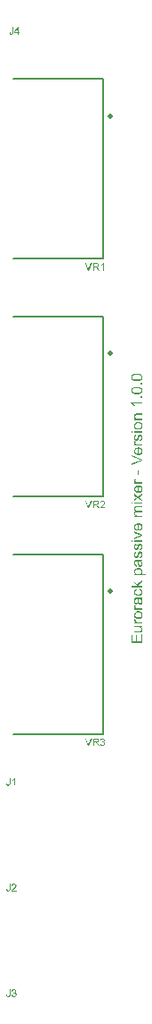
<source format=gto>
%FSLAX33Y33*%
%MOMM*%
%ADD10C,0.15*%
%ADD11C,0.5*%
D10*
%LNtop silkscreen_traces*%
%LNtop silkscreen component 1eabe807c71095db*%
G01*
X9750Y79000D02*
X9750Y96000D01*
X1200Y96000D02*
X9750Y96000D01*
X1200Y79000D02*
X9750Y79000D01*
D11*
X10451Y92500D03*
G36*
X8331Y77851D02*
X8053Y78567D01*
X8156Y78567D01*
X8342Y78047D01*
X8353Y78016D01*
X8362Y77986D01*
X8371Y77958D01*
X8379Y77930D01*
X8388Y77959D01*
X8397Y77988D01*
X8407Y78018D01*
X8418Y78047D01*
X8611Y78567D01*
X8708Y78567D01*
X8428Y77851D01*
X8331Y77851D01*
X8331Y77851D01*
X8794Y77851D02*
X8794Y78567D01*
X9112Y78567D01*
X9157Y78566D01*
X9196Y78562D01*
X9230Y78556D01*
X9257Y78548D01*
X9281Y78536D01*
X9302Y78521D01*
X9321Y78502D01*
X9337Y78480D01*
X9350Y78455D01*
X9359Y78428D01*
X9365Y78401D01*
X9367Y78372D01*
X9364Y78335D01*
X9354Y78302D01*
X9339Y78271D01*
X9317Y78243D01*
X9289Y78220D01*
X9255Y78201D01*
X9213Y78186D01*
X9189Y78182D01*
X9174Y78259D01*
X9194Y78265D01*
X9212Y78272D01*
X9227Y78282D01*
X9239Y78294D01*
X9250Y78307D01*
X9258Y78323D01*
X9264Y78338D01*
X9268Y78355D01*
X9269Y78372D01*
X9267Y78396D01*
X9260Y78418D01*
X9248Y78438D01*
X9232Y78455D01*
X9211Y78470D01*
X9185Y78480D01*
X9153Y78486D01*
X9116Y78488D01*
X8889Y78488D01*
X8889Y78251D01*
X8889Y78251D01*
X9093Y78251D01*
X9123Y78252D01*
X9151Y78254D01*
X9174Y78259D01*
X9189Y78182D01*
X9165Y78177D01*
X9183Y78168D01*
X9198Y78159D01*
X9211Y78150D01*
X9222Y78141D01*
X9243Y78121D01*
X9263Y78098D01*
X9282Y78073D01*
X9301Y78046D01*
X9425Y77851D01*
X9306Y77851D01*
X9211Y78000D01*
X9192Y78030D01*
X9174Y78057D01*
X9157Y78080D01*
X9143Y78099D01*
X9130Y78115D01*
X9118Y78128D01*
X9106Y78138D01*
X9095Y78147D01*
X9084Y78153D01*
X9074Y78158D01*
X9063Y78162D01*
X9052Y78166D01*
X9042Y78167D01*
X9031Y78168D01*
X9016Y78169D01*
X8999Y78169D01*
X8889Y78169D01*
X8889Y77851D01*
X8794Y77851D01*
X8794Y77851D01*
X9811Y77851D02*
X9723Y77851D01*
X9723Y78411D01*
X9706Y78396D01*
X9686Y78381D01*
X9664Y78366D01*
X9639Y78351D01*
X9614Y78337D01*
X9591Y78324D01*
X9568Y78314D01*
X9547Y78305D01*
X9547Y78390D01*
X9583Y78409D01*
X9616Y78429D01*
X9647Y78451D01*
X9676Y78474D01*
X9701Y78499D01*
X9723Y78523D01*
X9740Y78547D01*
X9754Y78570D01*
X9811Y78570D01*
X9811Y77851D01*
X9811Y77851D01*
G37*
%LNtop silkscreen component 07e3dd143db209fa*%
G36*
X0829Y100403D02*
X0914Y100415D01*
X0917Y100377D01*
X0924Y100346D01*
X0933Y100321D01*
X0945Y100303D01*
X0960Y100289D01*
X0978Y100280D01*
X0998Y100274D01*
X1021Y100272D01*
X1038Y100273D01*
X1054Y100276D01*
X1069Y100281D01*
X1082Y100289D01*
X1094Y100298D01*
X1104Y100308D01*
X1112Y100320D01*
X1118Y100333D01*
X1122Y100349D01*
X1125Y100369D01*
X1127Y100394D01*
X1128Y100423D01*
X1128Y100916D01*
X1222Y100916D01*
X1222Y100428D01*
X1221Y100386D01*
X1217Y100348D01*
X1210Y100316D01*
X1201Y100289D01*
X1188Y100266D01*
X1173Y100245D01*
X1154Y100228D01*
X1132Y100214D01*
X1107Y100202D01*
X1081Y100194D01*
X1052Y100189D01*
X1021Y100188D01*
X0977Y100191D01*
X0938Y100201D01*
X0905Y100218D01*
X0877Y100242D01*
X0855Y100272D01*
X0840Y100309D01*
X0831Y100353D01*
X0829Y100403D01*
X0829Y100403D01*
X1623Y100200D02*
X1623Y100371D01*
X1313Y100371D01*
X1313Y100452D01*
X1568Y100814D01*
X1623Y100775D01*
X1399Y100452D01*
X1623Y100452D01*
X1623Y100452D01*
X1623Y100775D01*
X1568Y100814D01*
X1639Y100916D01*
X1711Y100916D01*
X1711Y100452D01*
X1808Y100452D01*
X1808Y100371D01*
X1711Y100371D01*
X1711Y100200D01*
X1623Y100200D01*
X1623Y100200D01*
G37*
%LNtop silkscreen component e6c87cb277e68129*%
G36*
X0529Y19303D02*
X0614Y19315D01*
X0617Y19277D01*
X0624Y19246D01*
X0633Y19221D01*
X0645Y19203D01*
X0660Y19189D01*
X0678Y19180D01*
X0698Y19174D01*
X0721Y19172D01*
X0738Y19173D01*
X0754Y19176D01*
X0769Y19181D01*
X0782Y19189D01*
X0794Y19198D01*
X0804Y19208D01*
X0812Y19220D01*
X0818Y19233D01*
X0822Y19249D01*
X0825Y19269D01*
X0827Y19294D01*
X0828Y19323D01*
X0828Y19816D01*
X0922Y19816D01*
X0922Y19328D01*
X0921Y19286D01*
X0917Y19248D01*
X0910Y19216D01*
X0901Y19189D01*
X0888Y19166D01*
X0873Y19145D01*
X0854Y19128D01*
X0832Y19114D01*
X0807Y19102D01*
X0781Y19094D01*
X0752Y19089D01*
X0721Y19088D01*
X0677Y19091D01*
X0638Y19101D01*
X0605Y19118D01*
X0577Y19142D01*
X0555Y19172D01*
X0540Y19209D01*
X0531Y19253D01*
X0529Y19303D01*
X0529Y19303D01*
X1503Y19184D02*
X1503Y19100D01*
X1030Y19100D01*
X1031Y19116D01*
X1032Y19131D01*
X1036Y19146D01*
X1041Y19161D01*
X1051Y19185D01*
X1064Y19209D01*
X1080Y19233D01*
X1098Y19256D01*
X1121Y19281D01*
X1147Y19307D01*
X1178Y19335D01*
X1213Y19365D01*
X1267Y19410D01*
X1311Y19450D01*
X1346Y19486D01*
X1371Y19516D01*
X1389Y19544D01*
X1402Y19571D01*
X1410Y19597D01*
X1412Y19622D01*
X1410Y19647D01*
X1403Y19670D01*
X1391Y19691D01*
X1375Y19710D01*
X1355Y19726D01*
X1332Y19737D01*
X1306Y19744D01*
X1277Y19746D01*
X1247Y19744D01*
X1220Y19736D01*
X1196Y19725D01*
X1176Y19708D01*
X1159Y19687D01*
X1147Y19662D01*
X1140Y19634D01*
X1137Y19602D01*
X1047Y19612D01*
X1055Y19659D01*
X1069Y19701D01*
X1090Y19736D01*
X1117Y19766D01*
X1150Y19789D01*
X1188Y19806D01*
X1231Y19815D01*
X1279Y19819D01*
X1328Y19815D01*
X1372Y19804D01*
X1410Y19787D01*
X1442Y19762D01*
X1469Y19731D01*
X1487Y19698D01*
X1499Y19661D01*
X1502Y19620D01*
X1501Y19599D01*
X1498Y19577D01*
X1493Y19556D01*
X1485Y19536D01*
X1475Y19515D01*
X1462Y19493D01*
X1445Y19471D01*
X1427Y19448D01*
X1403Y19423D01*
X1372Y19394D01*
X1335Y19360D01*
X1291Y19322D01*
X1255Y19292D01*
X1226Y19266D01*
X1204Y19247D01*
X1189Y19232D01*
X1179Y19220D01*
X1169Y19208D01*
X1160Y19196D01*
X1152Y19184D01*
X1503Y19184D01*
X1503Y19184D01*
G37*
%LNtop silkscreen component e503b3f09927e44b*%
D10*
X9750Y56500D02*
X9750Y73500D01*
X1200Y73500D02*
X9750Y73500D01*
X1200Y56500D02*
X9750Y56500D01*
D11*
X10451Y70000D03*
G36*
X8331Y55351D02*
X8053Y56067D01*
X8156Y56067D01*
X8342Y55547D01*
X8353Y55516D01*
X8362Y55486D01*
X8371Y55458D01*
X8379Y55430D01*
X8388Y55459D01*
X8397Y55488D01*
X8407Y55518D01*
X8418Y55547D01*
X8611Y56067D01*
X8708Y56067D01*
X8428Y55351D01*
X8331Y55351D01*
X8331Y55351D01*
X8794Y55351D02*
X8794Y56067D01*
X9112Y56067D01*
X9157Y56066D01*
X9196Y56062D01*
X9230Y56056D01*
X9257Y56048D01*
X9281Y56036D01*
X9302Y56021D01*
X9321Y56002D01*
X9337Y55980D01*
X9350Y55955D01*
X9359Y55928D01*
X9365Y55901D01*
X9367Y55872D01*
X9364Y55835D01*
X9354Y55802D01*
X9339Y55771D01*
X9317Y55743D01*
X9289Y55720D01*
X9255Y55701D01*
X9213Y55686D01*
X9189Y55682D01*
X9174Y55759D01*
X9194Y55765D01*
X9212Y55772D01*
X9227Y55782D01*
X9239Y55794D01*
X9250Y55807D01*
X9258Y55823D01*
X9264Y55838D01*
X9268Y55855D01*
X9269Y55872D01*
X9267Y55896D01*
X9260Y55918D01*
X9248Y55938D01*
X9232Y55955D01*
X9211Y55970D01*
X9185Y55980D01*
X9153Y55986D01*
X9116Y55988D01*
X8889Y55988D01*
X8889Y55751D01*
X8889Y55751D01*
X9093Y55751D01*
X9123Y55752D01*
X9151Y55754D01*
X9174Y55759D01*
X9189Y55682D01*
X9165Y55677D01*
X9183Y55668D01*
X9198Y55659D01*
X9211Y55650D01*
X9222Y55641D01*
X9243Y55621D01*
X9263Y55598D01*
X9282Y55573D01*
X9301Y55546D01*
X9425Y55351D01*
X9306Y55351D01*
X9211Y55500D01*
X9192Y55530D01*
X9174Y55557D01*
X9157Y55580D01*
X9143Y55599D01*
X9130Y55615D01*
X9118Y55628D01*
X9106Y55638D01*
X9095Y55647D01*
X9084Y55653D01*
X9074Y55658D01*
X9063Y55662D01*
X9052Y55666D01*
X9042Y55667D01*
X9031Y55668D01*
X9016Y55669D01*
X8999Y55669D01*
X8889Y55669D01*
X8889Y55351D01*
X8794Y55351D01*
X8794Y55351D01*
X9941Y55436D02*
X9941Y55351D01*
X9468Y55351D01*
X9469Y55367D01*
X9470Y55382D01*
X9474Y55397D01*
X9479Y55412D01*
X9489Y55436D01*
X9502Y55460D01*
X9518Y55484D01*
X9536Y55507D01*
X9558Y55532D01*
X9585Y55558D01*
X9616Y55586D01*
X9651Y55616D01*
X9705Y55661D01*
X9749Y55702D01*
X9784Y55737D01*
X9809Y55767D01*
X9827Y55795D01*
X9840Y55822D01*
X9848Y55848D01*
X9850Y55873D01*
X9848Y55898D01*
X9841Y55921D01*
X9829Y55942D01*
X9813Y55961D01*
X9793Y55977D01*
X9770Y55988D01*
X9744Y55995D01*
X9715Y55997D01*
X9685Y55995D01*
X9658Y55988D01*
X9634Y55976D01*
X9614Y55959D01*
X9597Y55938D01*
X9585Y55914D01*
X9578Y55886D01*
X9575Y55854D01*
X9485Y55863D01*
X9493Y55910D01*
X9507Y55952D01*
X9528Y55987D01*
X9555Y56017D01*
X9588Y56040D01*
X9626Y56057D01*
X9669Y56067D01*
X9717Y56070D01*
X9766Y56066D01*
X9810Y56056D01*
X9848Y56038D01*
X9880Y56013D01*
X9907Y55983D01*
X9925Y55949D01*
X9937Y55912D01*
X9940Y55871D01*
X9939Y55850D01*
X9936Y55829D01*
X9931Y55808D01*
X9923Y55787D01*
X9913Y55766D01*
X9899Y55744D01*
X9883Y55722D01*
X9864Y55699D01*
X9841Y55674D01*
X9810Y55645D01*
X9773Y55611D01*
X9729Y55573D01*
X9693Y55543D01*
X9664Y55518D01*
X9642Y55498D01*
X9627Y55483D01*
X9617Y55471D01*
X9607Y55460D01*
X9598Y55448D01*
X9590Y55436D01*
X9941Y55436D01*
X9941Y55436D01*
G37*
%LNtop silkscreen component 485f527543211f1e*%
D10*
X9750Y34000D02*
X9750Y51000D01*
X1200Y51000D02*
X9750Y51000D01*
X1200Y34000D02*
X9750Y34000D01*
D11*
X10451Y47500D03*
G36*
X8331Y32851D02*
X8053Y33567D01*
X8156Y33567D01*
X8342Y33047D01*
X8353Y33016D01*
X8362Y32986D01*
X8371Y32958D01*
X8379Y32930D01*
X8388Y32959D01*
X8397Y32988D01*
X8407Y33018D01*
X8418Y33047D01*
X8611Y33567D01*
X8708Y33567D01*
X8428Y32851D01*
X8331Y32851D01*
X8331Y32851D01*
X8794Y32851D02*
X8794Y33567D01*
X9112Y33567D01*
X9157Y33566D01*
X9196Y33562D01*
X9230Y33556D01*
X9257Y33548D01*
X9281Y33536D01*
X9302Y33521D01*
X9321Y33502D01*
X9337Y33480D01*
X9350Y33455D01*
X9359Y33428D01*
X9365Y33401D01*
X9367Y33372D01*
X9364Y33335D01*
X9354Y33302D01*
X9339Y33271D01*
X9317Y33243D01*
X9289Y33220D01*
X9255Y33201D01*
X9213Y33186D01*
X9189Y33182D01*
X9174Y33259D01*
X9194Y33265D01*
X9212Y33272D01*
X9227Y33282D01*
X9239Y33294D01*
X9250Y33307D01*
X9258Y33323D01*
X9264Y33338D01*
X9268Y33355D01*
X9269Y33372D01*
X9267Y33396D01*
X9260Y33418D01*
X9248Y33438D01*
X9232Y33455D01*
X9211Y33470D01*
X9185Y33480D01*
X9153Y33486D01*
X9116Y33488D01*
X8889Y33488D01*
X8889Y33251D01*
X8889Y33251D01*
X9093Y33251D01*
X9123Y33252D01*
X9151Y33254D01*
X9174Y33259D01*
X9189Y33182D01*
X9165Y33177D01*
X9183Y33168D01*
X9198Y33159D01*
X9211Y33150D01*
X9222Y33141D01*
X9243Y33121D01*
X9263Y33098D01*
X9282Y33073D01*
X9301Y33046D01*
X9425Y32851D01*
X9306Y32851D01*
X9211Y33000D01*
X9192Y33030D01*
X9174Y33057D01*
X9157Y33080D01*
X9143Y33099D01*
X9130Y33115D01*
X9118Y33128D01*
X9106Y33138D01*
X9095Y33147D01*
X9084Y33153D01*
X9074Y33158D01*
X9063Y33162D01*
X9052Y33166D01*
X9042Y33167D01*
X9031Y33168D01*
X9016Y33169D01*
X8999Y33169D01*
X8889Y33169D01*
X8889Y32851D01*
X8794Y32851D01*
X8794Y32851D01*
X9480Y33040D02*
X9568Y33052D01*
X9577Y33017D01*
X9588Y32988D01*
X9603Y32963D01*
X9619Y32944D01*
X9639Y32930D01*
X9660Y32919D01*
X9683Y32913D01*
X9708Y32911D01*
X9738Y32914D01*
X9765Y32922D01*
X9790Y32935D01*
X9813Y32954D01*
X9831Y32977D01*
X9845Y33002D01*
X9853Y33030D01*
X9855Y33061D01*
X9853Y33090D01*
X9846Y33116D01*
X9833Y33140D01*
X9816Y33161D01*
X9795Y33178D01*
X9771Y33190D01*
X9745Y33197D01*
X9715Y33200D01*
X9702Y33199D01*
X9687Y33197D01*
X9671Y33194D01*
X9653Y33190D01*
X9663Y33267D01*
X9667Y33267D01*
X9671Y33266D01*
X9674Y33266D01*
X9677Y33266D01*
X9705Y33268D01*
X9731Y33274D01*
X9755Y33283D01*
X9778Y33296D01*
X9798Y33312D01*
X9812Y33333D01*
X9820Y33357D01*
X9823Y33386D01*
X9821Y33409D01*
X9815Y33430D01*
X9805Y33449D01*
X9791Y33466D01*
X9773Y33480D01*
X9753Y33490D01*
X9731Y33496D01*
X9706Y33498D01*
X9681Y33496D01*
X9659Y33490D01*
X9639Y33480D01*
X9621Y33465D01*
X9605Y33447D01*
X9593Y33425D01*
X9583Y33399D01*
X9577Y33369D01*
X9489Y33384D01*
X9499Y33426D01*
X9515Y33463D01*
X9536Y33495D01*
X9562Y33521D01*
X9592Y33543D01*
X9626Y33558D01*
X9663Y33567D01*
X9704Y33570D01*
X9733Y33568D01*
X9760Y33564D01*
X9787Y33556D01*
X9812Y33545D01*
X9835Y33531D01*
X9856Y33515D01*
X9873Y33497D01*
X9887Y33476D01*
X9899Y33454D01*
X9907Y33431D01*
X9912Y33408D01*
X9914Y33384D01*
X9912Y33361D01*
X9907Y33340D01*
X9900Y33319D01*
X9889Y33299D01*
X9875Y33281D01*
X9858Y33265D01*
X9838Y33251D01*
X9815Y33239D01*
X9845Y33230D01*
X9871Y33216D01*
X9894Y33199D01*
X9914Y33178D01*
X9929Y33154D01*
X9940Y33126D01*
X9947Y33096D01*
X9949Y33063D01*
X9944Y33018D01*
X9932Y32976D01*
X9910Y32938D01*
X9880Y32904D01*
X9844Y32875D01*
X9803Y32855D01*
X9758Y32843D01*
X9708Y32839D01*
X9662Y32842D01*
X9621Y32853D01*
X9584Y32870D01*
X9551Y32895D01*
X9523Y32925D01*
X9502Y32959D01*
X9488Y32998D01*
X9480Y33040D01*
X9480Y33040D01*
G37*
%LNtop silkscreen component 1990b97b238ff2dc*%
G36*
X0529Y9303D02*
X0614Y9315D01*
X0617Y9277D01*
X0624Y9246D01*
X0633Y9221D01*
X0645Y9203D01*
X0660Y9189D01*
X0678Y9180D01*
X0698Y9174D01*
X0721Y9172D01*
X0738Y9173D01*
X0754Y9176D01*
X0769Y9181D01*
X0782Y9189D01*
X0794Y9198D01*
X0804Y9208D01*
X0812Y9220D01*
X0818Y9233D01*
X0822Y9249D01*
X0825Y9269D01*
X0827Y9294D01*
X0828Y9323D01*
X0828Y9816D01*
X0922Y9816D01*
X0922Y9328D01*
X0921Y9286D01*
X0917Y9248D01*
X0910Y9216D01*
X0901Y9189D01*
X0888Y9166D01*
X0873Y9145D01*
X0854Y9128D01*
X0832Y9114D01*
X0807Y9102D01*
X0781Y9094D01*
X0752Y9089D01*
X0721Y9088D01*
X0677Y9091D01*
X0638Y9101D01*
X0605Y9118D01*
X0577Y9142D01*
X0555Y9172D01*
X0540Y9209D01*
X0531Y9253D01*
X0529Y9303D01*
X0529Y9303D01*
X1042Y9289D02*
X1130Y9301D01*
X1139Y9266D01*
X1150Y9236D01*
X1165Y9212D01*
X1181Y9193D01*
X1201Y9179D01*
X1222Y9168D01*
X1245Y9162D01*
X1270Y9160D01*
X1300Y9163D01*
X1327Y9171D01*
X1352Y9184D01*
X1375Y9203D01*
X1393Y9226D01*
X1407Y9251D01*
X1415Y9279D01*
X1418Y9309D01*
X1415Y9338D01*
X1408Y9365D01*
X1395Y9388D01*
X1378Y9409D01*
X1357Y9427D01*
X1333Y9439D01*
X1307Y9446D01*
X1277Y9449D01*
X1264Y9448D01*
X1249Y9446D01*
X1233Y9443D01*
X1215Y9439D01*
X1225Y9516D01*
X1229Y9516D01*
X1233Y9515D01*
X1236Y9515D01*
X1239Y9515D01*
X1267Y9517D01*
X1293Y9522D01*
X1317Y9532D01*
X1340Y9544D01*
X1360Y9561D01*
X1374Y9582D01*
X1382Y9606D01*
X1385Y9635D01*
X1383Y9658D01*
X1377Y9679D01*
X1367Y9698D01*
X1353Y9715D01*
X1335Y9729D01*
X1315Y9739D01*
X1293Y9745D01*
X1268Y9746D01*
X1244Y9744D01*
X1221Y9738D01*
X1201Y9728D01*
X1183Y9714D01*
X1167Y9696D01*
X1155Y9674D01*
X1145Y9648D01*
X1139Y9618D01*
X1051Y9633D01*
X1061Y9675D01*
X1077Y9712D01*
X1098Y9743D01*
X1124Y9770D01*
X1154Y9791D01*
X1188Y9807D01*
X1225Y9816D01*
X1266Y9819D01*
X1295Y9817D01*
X1322Y9812D01*
X1349Y9805D01*
X1374Y9794D01*
X1397Y9780D01*
X1418Y9764D01*
X1435Y9746D01*
X1449Y9725D01*
X1461Y9703D01*
X1469Y9680D01*
X1474Y9657D01*
X1476Y9633D01*
X1474Y9610D01*
X1469Y9588D01*
X1462Y9568D01*
X1451Y9548D01*
X1437Y9530D01*
X1420Y9514D01*
X1400Y9500D01*
X1377Y9488D01*
X1407Y9478D01*
X1433Y9465D01*
X1456Y9448D01*
X1476Y9427D01*
X1491Y9402D01*
X1502Y9375D01*
X1509Y9345D01*
X1511Y9311D01*
X1507Y9266D01*
X1494Y9225D01*
X1472Y9187D01*
X1442Y9152D01*
X1406Y9124D01*
X1365Y9104D01*
X1320Y9091D01*
X1270Y9087D01*
X1224Y9091D01*
X1183Y9101D01*
X1146Y9119D01*
X1113Y9143D01*
X1085Y9174D01*
X1064Y9208D01*
X1050Y9246D01*
X1042Y9289D01*
X1042Y9289D01*
G37*
%LNtop silkscreen component 8bda31fa6598b1a2*%
G36*
X0529Y29303D02*
X0614Y29315D01*
X0617Y29277D01*
X0624Y29246D01*
X0633Y29221D01*
X0645Y29203D01*
X0660Y29189D01*
X0678Y29180D01*
X0698Y29174D01*
X0721Y29172D01*
X0738Y29173D01*
X0754Y29176D01*
X0769Y29181D01*
X0782Y29189D01*
X0794Y29198D01*
X0804Y29208D01*
X0812Y29220D01*
X0818Y29233D01*
X0822Y29249D01*
X0825Y29269D01*
X0827Y29294D01*
X0828Y29323D01*
X0828Y29816D01*
X0922Y29816D01*
X0922Y29328D01*
X0921Y29286D01*
X0917Y29248D01*
X0910Y29216D01*
X0901Y29189D01*
X0888Y29166D01*
X0873Y29145D01*
X0854Y29128D01*
X0832Y29114D01*
X0807Y29102D01*
X0781Y29094D01*
X0752Y29089D01*
X0721Y29088D01*
X0677Y29091D01*
X0638Y29101D01*
X0605Y29118D01*
X0577Y29142D01*
X0555Y29172D01*
X0540Y29209D01*
X0531Y29253D01*
X0529Y29303D01*
X0529Y29303D01*
X1373Y29100D02*
X1285Y29100D01*
X1285Y29660D01*
X1268Y29645D01*
X1248Y29630D01*
X1226Y29615D01*
X1201Y29600D01*
X1176Y29585D01*
X1153Y29573D01*
X1130Y29563D01*
X1109Y29554D01*
X1109Y29639D01*
X1145Y29657D01*
X1178Y29677D01*
X1209Y29699D01*
X1238Y29723D01*
X1263Y29748D01*
X1285Y29772D01*
X1302Y29795D01*
X1316Y29819D01*
X1373Y29819D01*
X1373Y29100D01*
X1373Y29100D01*
G37*
%LNtext*%
G36*
X13500Y42619D02*
X12426Y42619D01*
X12426Y43395D01*
X12553Y43395D01*
X12553Y42761D01*
X12882Y42761D01*
X12882Y43355D01*
X13008Y43355D01*
X13008Y42761D01*
X13373Y42761D01*
X13373Y43420D01*
X13500Y43420D01*
X13500Y42619D01*
X13500Y42619D01*
X13500Y44109D02*
X13386Y44109D01*
X13443Y44060D01*
X13485Y44002D01*
X13509Y43936D01*
X13518Y43862D01*
X13516Y43828D01*
X13511Y43796D01*
X13503Y43764D01*
X13491Y43734D01*
X13477Y43706D01*
X13461Y43682D01*
X13444Y43662D01*
X13425Y43645D01*
X13404Y43632D01*
X13381Y43621D01*
X13355Y43611D01*
X13327Y43605D01*
X13305Y43601D01*
X13277Y43598D01*
X13243Y43597D01*
X13204Y43596D01*
X12722Y43596D01*
X12722Y43728D01*
X13154Y43728D01*
X13201Y43729D01*
X13240Y43730D01*
X13271Y43733D01*
X13293Y43736D01*
X13317Y43744D01*
X13339Y43756D01*
X13358Y43771D01*
X13374Y43789D01*
X13387Y43810D01*
X13397Y43834D01*
X13402Y43860D01*
X13404Y43889D01*
X13402Y43918D01*
X13396Y43946D01*
X13387Y43974D01*
X13374Y44000D01*
X13357Y44024D01*
X13338Y44044D01*
X13316Y44061D01*
X13291Y44074D01*
X13262Y44083D01*
X13227Y44090D01*
X13186Y44094D01*
X13139Y44095D01*
X12722Y44095D01*
X12722Y44227D01*
X13500Y44227D01*
X13500Y44109D01*
X13500Y44109D01*
X13500Y44432D02*
X12722Y44432D01*
X12722Y44551D01*
X12840Y44551D01*
X12802Y44573D01*
X12771Y44594D01*
X12748Y44615D01*
X12731Y44635D01*
X12719Y44654D01*
X12711Y44675D01*
X12706Y44697D01*
X12705Y44719D01*
X12707Y44753D01*
X12715Y44786D01*
X12728Y44820D01*
X12747Y44855D01*
X12869Y44809D01*
X12857Y44785D01*
X12848Y44761D01*
X12843Y44737D01*
X12841Y44713D01*
X12842Y44692D01*
X12847Y44672D01*
X12855Y44653D01*
X12867Y44635D01*
X12881Y44619D01*
X12898Y44606D01*
X12917Y44595D01*
X12939Y44586D01*
X12975Y44576D01*
X13013Y44569D01*
X13052Y44565D01*
X13093Y44564D01*
X13500Y44564D01*
X13500Y44432D01*
X13500Y44432D01*
X13111Y44884D02*
X13010Y44892D01*
X12923Y44914D01*
X12850Y44952D01*
X12791Y45004D01*
X12753Y45057D01*
X12726Y45115D01*
X12710Y45179D01*
X12705Y45249D01*
X12711Y45325D01*
X12731Y45395D01*
X12764Y45456D01*
X12810Y45511D01*
X12867Y45556D01*
X12935Y45587D01*
X13012Y45606D01*
X13100Y45613D01*
X13171Y45610D01*
X13234Y45602D01*
X13289Y45587D01*
X13336Y45568D01*
X13377Y45543D01*
X13413Y45512D01*
X13444Y45477D01*
X13470Y45437D01*
X13491Y45393D01*
X13506Y45347D01*
X13515Y45299D01*
X13518Y45249D01*
X13517Y45240D01*
X13409Y45249D01*
X13405Y45296D01*
X13391Y45339D01*
X13367Y45377D01*
X13334Y45412D01*
X13292Y45441D01*
X13240Y45461D01*
X13178Y45473D01*
X13107Y45477D01*
X13039Y45473D01*
X12980Y45461D01*
X12930Y45440D01*
X12888Y45412D01*
X12856Y45377D01*
X12832Y45338D01*
X12818Y45296D01*
X12814Y45249D01*
X12818Y45201D01*
X12832Y45158D01*
X12855Y45119D01*
X12888Y45085D01*
X12929Y45056D01*
X12981Y45036D01*
X13041Y45024D01*
X13111Y45020D01*
X13111Y45020D01*
X13181Y45024D01*
X13242Y45036D01*
X13293Y45056D01*
X13335Y45085D01*
X13367Y45119D01*
X13391Y45158D01*
X13405Y45201D01*
X13409Y45249D01*
X13517Y45240D01*
X13511Y45171D01*
X13491Y45101D01*
X13459Y45039D01*
X13413Y44985D01*
X13355Y44941D01*
X13285Y44909D01*
X13204Y44890D01*
X13111Y44884D01*
X13111Y44884D01*
X13500Y45766D02*
X12722Y45766D01*
X12722Y45885D01*
X12840Y45885D01*
X12802Y45907D01*
X12771Y45928D01*
X12748Y45949D01*
X12731Y45968D01*
X12719Y45988D01*
X12711Y46009D01*
X12706Y46030D01*
X12705Y46053D01*
X12707Y46086D01*
X12715Y46120D01*
X12728Y46154D01*
X12747Y46188D01*
X12869Y46143D01*
X12857Y46119D01*
X12848Y46095D01*
X12843Y46071D01*
X12841Y46046D01*
X12842Y46025D01*
X12847Y46005D01*
X12855Y45987D01*
X12867Y45969D01*
X12881Y45953D01*
X12898Y45939D01*
X12917Y45928D01*
X12939Y45920D01*
X12975Y45910D01*
X13013Y45903D01*
X13052Y45899D01*
X13093Y45898D01*
X13500Y45898D01*
X13500Y45766D01*
X13500Y45766D01*
X13404Y46774D02*
X13433Y46738D01*
X13436Y46733D01*
X13363Y46683D01*
X13342Y46706D01*
X13317Y46726D01*
X13290Y46742D01*
X13265Y46751D01*
X13234Y46758D01*
X13199Y46762D01*
X13158Y46763D01*
X13110Y46763D01*
X13110Y46763D01*
X13124Y46723D01*
X13137Y46674D01*
X13149Y46615D01*
X13159Y46548D01*
X13165Y46510D01*
X13172Y46479D01*
X13179Y46453D01*
X13186Y46433D01*
X13194Y46417D01*
X13204Y46403D01*
X13215Y46391D01*
X13229Y46381D01*
X13243Y46373D01*
X13258Y46367D01*
X13274Y46364D01*
X13291Y46363D01*
X13317Y46365D01*
X13340Y46373D01*
X13360Y46385D01*
X13379Y46403D01*
X13395Y46425D01*
X13406Y46452D01*
X13412Y46483D01*
X13414Y46520D01*
X13412Y46557D01*
X13406Y46591D01*
X13396Y46624D01*
X13381Y46655D01*
X13363Y46683D01*
X13436Y46733D01*
X13457Y46703D01*
X13477Y46668D01*
X13492Y46633D01*
X13503Y46599D01*
X13511Y46563D01*
X13516Y46526D01*
X13518Y46488D01*
X13514Y46428D01*
X13502Y46375D01*
X13482Y46329D01*
X13455Y46291D01*
X13421Y46261D01*
X13384Y46239D01*
X13341Y46226D01*
X13295Y46222D01*
X13267Y46224D01*
X13240Y46229D01*
X13215Y46237D01*
X13191Y46248D01*
X13168Y46262D01*
X13148Y46278D01*
X13130Y46296D01*
X13115Y46316D01*
X13101Y46338D01*
X13090Y46361D01*
X13080Y46385D01*
X13072Y46411D01*
X13066Y46433D01*
X13061Y46460D01*
X13057Y46492D01*
X13052Y46528D01*
X13042Y46603D01*
X13031Y46667D01*
X13019Y46720D01*
X13006Y46763D01*
X12994Y46764D01*
X12984Y46764D01*
X12977Y46764D01*
X12972Y46764D01*
X12935Y46762D01*
X12903Y46755D01*
X12878Y46743D01*
X12858Y46727D01*
X12839Y46698D01*
X12825Y46664D01*
X12817Y46623D01*
X12814Y46577D01*
X12816Y46533D01*
X12822Y46496D01*
X12832Y46465D01*
X12846Y46439D01*
X12866Y46419D01*
X12891Y46401D01*
X12923Y46386D01*
X12962Y46374D01*
X12944Y46245D01*
X12905Y46255D01*
X12869Y46268D01*
X12838Y46284D01*
X12810Y46303D01*
X12786Y46325D01*
X12765Y46352D01*
X12747Y46383D01*
X12732Y46419D01*
X12720Y46459D01*
X12711Y46501D01*
X12706Y46547D01*
X12705Y46596D01*
X12706Y46643D01*
X12710Y46686D01*
X12718Y46724D01*
X12728Y46758D01*
X12741Y46787D01*
X12754Y46812D01*
X12770Y46832D01*
X12787Y46849D01*
X12806Y46863D01*
X12827Y46874D01*
X12851Y46883D01*
X12877Y46890D01*
X12897Y46893D01*
X12924Y46895D01*
X12958Y46896D01*
X12998Y46897D01*
X13174Y46897D01*
X13258Y46897D01*
X13324Y46899D01*
X13374Y46901D01*
X13407Y46905D01*
X13431Y46910D01*
X13454Y46918D01*
X13477Y46927D01*
X13500Y46938D01*
X13500Y46801D01*
X13479Y46791D01*
X13456Y46784D01*
X13431Y46778D01*
X13404Y46774D01*
X13404Y46774D01*
X13215Y47609D02*
X13232Y47738D01*
X13295Y47724D01*
X13351Y47700D01*
X13400Y47669D01*
X13442Y47630D01*
X13475Y47583D01*
X13499Y47532D01*
X13513Y47476D01*
X13518Y47415D01*
X13511Y47339D01*
X13491Y47271D01*
X13459Y47210D01*
X13413Y47158D01*
X13355Y47115D01*
X13286Y47085D01*
X13206Y47067D01*
X13114Y47061D01*
X13053Y47063D01*
X12996Y47071D01*
X12943Y47084D01*
X12894Y47103D01*
X12849Y47126D01*
X12811Y47155D01*
X12778Y47190D01*
X12752Y47230D01*
X12731Y47273D01*
X12716Y47319D01*
X12708Y47366D01*
X12705Y47415D01*
X12709Y47476D01*
X12721Y47530D01*
X12741Y47579D01*
X12769Y47623D01*
X12804Y47659D01*
X12846Y47689D01*
X12895Y47711D01*
X12951Y47726D01*
X12970Y47598D01*
X12934Y47587D01*
X12902Y47572D01*
X12875Y47554D01*
X12853Y47533D01*
X12835Y47508D01*
X12823Y47481D01*
X12815Y47452D01*
X12813Y47420D01*
X12817Y47373D01*
X12831Y47330D01*
X12853Y47292D01*
X12884Y47259D01*
X12925Y47231D01*
X12977Y47212D01*
X13038Y47200D01*
X13110Y47196D01*
X13183Y47200D01*
X13246Y47211D01*
X13297Y47230D01*
X13338Y47256D01*
X13369Y47289D01*
X13391Y47326D01*
X13405Y47367D01*
X13409Y47413D01*
X13406Y47450D01*
X13397Y47484D01*
X13382Y47515D01*
X13362Y47543D01*
X13335Y47566D01*
X13301Y47585D01*
X13261Y47599D01*
X13215Y47609D01*
X13215Y47609D01*
X13500Y47852D02*
X12426Y47852D01*
X12426Y47984D01*
X13039Y47984D01*
X12722Y48296D01*
X12722Y48466D01*
X13011Y48169D01*
X13500Y48496D01*
X13500Y48334D01*
X13102Y48077D01*
X13192Y47984D01*
X13500Y47984D01*
X13500Y47852D01*
X13500Y47852D01*
X13798Y49018D02*
X12722Y49018D01*
X12722Y49138D01*
X12823Y49138D01*
X12886Y49203D01*
X12887Y49202D01*
X12930Y49174D01*
X12983Y49154D01*
X13045Y49141D01*
X13115Y49137D01*
X13115Y49137D01*
X13186Y49141D01*
X13246Y49152D01*
X13297Y49171D01*
X13337Y49198D01*
X13369Y49230D01*
X13391Y49265D01*
X13405Y49304D01*
X13409Y49345D01*
X13405Y49388D01*
X13391Y49427D01*
X13367Y49463D01*
X13335Y49496D01*
X13293Y49523D01*
X13240Y49543D01*
X13177Y49555D01*
X13104Y49558D01*
X13035Y49555D01*
X12974Y49543D01*
X12923Y49524D01*
X12882Y49497D01*
X12849Y49465D01*
X12826Y49430D01*
X12812Y49392D01*
X12808Y49351D01*
X12813Y49310D01*
X12828Y49272D01*
X12852Y49236D01*
X12886Y49203D01*
X12823Y49138D01*
X12795Y49160D01*
X12771Y49183D01*
X12751Y49208D01*
X12734Y49234D01*
X12721Y49262D01*
X12712Y49293D01*
X12706Y49327D01*
X12705Y49364D01*
X12708Y49412D01*
X12717Y49457D01*
X12733Y49500D01*
X12756Y49539D01*
X12784Y49575D01*
X12818Y49606D01*
X12856Y49633D01*
X12901Y49654D01*
X12948Y49671D01*
X12998Y49684D01*
X13051Y49691D01*
X13105Y49693D01*
X13163Y49691D01*
X13219Y49682D01*
X13271Y49669D01*
X13320Y49650D01*
X13365Y49627D01*
X13405Y49598D01*
X13438Y49564D01*
X13467Y49526D01*
X13489Y49484D01*
X13505Y49442D01*
X13514Y49399D01*
X13518Y49354D01*
X13516Y49322D01*
X13511Y49292D01*
X13502Y49263D01*
X13490Y49236D01*
X13475Y49211D01*
X13458Y49188D01*
X13440Y49168D01*
X13419Y49150D01*
X13798Y49150D01*
X13798Y49018D01*
X13798Y49018D01*
X13404Y50360D02*
X13433Y50323D01*
X13436Y50318D01*
X13363Y50268D01*
X13342Y50292D01*
X13317Y50312D01*
X13290Y50327D01*
X13265Y50337D01*
X13234Y50343D01*
X13199Y50347D01*
X13158Y50349D01*
X13110Y50349D01*
X13110Y50349D01*
X13124Y50308D01*
X13137Y50259D01*
X13149Y50201D01*
X13159Y50133D01*
X13165Y50096D01*
X13172Y50064D01*
X13179Y50038D01*
X13186Y50018D01*
X13194Y50003D01*
X13204Y49989D01*
X13215Y49977D01*
X13229Y49966D01*
X13243Y49958D01*
X13258Y49953D01*
X13274Y49949D01*
X13291Y49948D01*
X13317Y49951D01*
X13340Y49958D01*
X13360Y49971D01*
X13379Y49988D01*
X13395Y50010D01*
X13406Y50037D01*
X13412Y50069D01*
X13414Y50105D01*
X13412Y50142D01*
X13406Y50177D01*
X13396Y50210D01*
X13381Y50240D01*
X13363Y50268D01*
X13436Y50318D01*
X13457Y50288D01*
X13477Y50253D01*
X13492Y50219D01*
X13503Y50184D01*
X13511Y50149D01*
X13516Y50112D01*
X13518Y50073D01*
X13514Y50013D01*
X13502Y49960D01*
X13482Y49914D01*
X13455Y49876D01*
X13421Y49846D01*
X13384Y49825D01*
X13341Y49812D01*
X13295Y49807D01*
X13267Y49809D01*
X13240Y49814D01*
X13215Y49822D01*
X13191Y49833D01*
X13168Y49847D01*
X13148Y49864D01*
X13130Y49882D01*
X13115Y49902D01*
X13101Y49923D01*
X13090Y49946D01*
X13080Y49971D01*
X13072Y49996D01*
X13066Y50018D01*
X13061Y50045D01*
X13057Y50077D01*
X13052Y50114D01*
X13042Y50188D01*
X13031Y50252D01*
X13019Y50306D01*
X13006Y50349D01*
X12994Y50349D01*
X12984Y50349D01*
X12977Y50349D01*
X12972Y50349D01*
X12935Y50347D01*
X12903Y50340D01*
X12878Y50328D01*
X12858Y50312D01*
X12839Y50284D01*
X12825Y50249D01*
X12817Y50209D01*
X12814Y50162D01*
X12816Y50119D01*
X12822Y50081D01*
X12832Y50050D01*
X12846Y50025D01*
X12866Y50004D01*
X12891Y49986D01*
X12923Y49971D01*
X12962Y49959D01*
X12944Y49830D01*
X12905Y49840D01*
X12869Y49853D01*
X12838Y49869D01*
X12810Y49888D01*
X12786Y49910D01*
X12765Y49937D01*
X12747Y49969D01*
X12732Y50005D01*
X12720Y50044D01*
X12711Y50087D01*
X12706Y50132D01*
X12705Y50181D01*
X12706Y50228D01*
X12710Y50271D01*
X12718Y50309D01*
X12728Y50343D01*
X12741Y50372D01*
X12754Y50397D01*
X12770Y50418D01*
X12787Y50434D01*
X12806Y50448D01*
X12827Y50459D01*
X12851Y50468D01*
X12877Y50475D01*
X12897Y50478D01*
X12924Y50480D01*
X12958Y50482D01*
X12998Y50482D01*
X13174Y50482D01*
X13258Y50483D01*
X13324Y50484D01*
X13374Y50487D01*
X13407Y50490D01*
X13431Y50496D01*
X13454Y50503D01*
X13477Y50512D01*
X13500Y50524D01*
X13500Y50386D01*
X13479Y50377D01*
X13456Y50369D01*
X13431Y50364D01*
X13404Y50360D01*
X13404Y50360D01*
X13268Y50634D02*
X13247Y50764D01*
X13284Y50772D01*
X13317Y50785D01*
X13344Y50803D01*
X13367Y50825D01*
X13386Y50853D01*
X13399Y50885D01*
X13407Y50923D01*
X13409Y50965D01*
X13407Y51008D01*
X13400Y51045D01*
X13388Y51075D01*
X13372Y51100D01*
X13353Y51119D01*
X13332Y51133D01*
X13310Y51141D01*
X13285Y51144D01*
X13264Y51142D01*
X13245Y51134D01*
X13229Y51122D01*
X13215Y51105D01*
X13206Y51087D01*
X13195Y51058D01*
X13183Y51019D01*
X13170Y50971D01*
X13153Y50904D01*
X13136Y50848D01*
X13121Y50803D01*
X13107Y50770D01*
X13092Y50743D01*
X13075Y50720D01*
X13055Y50701D01*
X13033Y50685D01*
X13009Y50672D01*
X12983Y50663D01*
X12957Y50657D01*
X12929Y50656D01*
X12903Y50657D01*
X12879Y50662D01*
X12855Y50669D01*
X12832Y50679D01*
X12811Y50692D01*
X12792Y50708D01*
X12774Y50725D01*
X12759Y50744D01*
X12748Y50761D01*
X12738Y50781D01*
X12729Y50803D01*
X12720Y50828D01*
X12713Y50855D01*
X12709Y50883D01*
X12706Y50912D01*
X12705Y50942D01*
X12706Y50986D01*
X12711Y51028D01*
X12719Y51067D01*
X12731Y51103D01*
X12745Y51135D01*
X12762Y51163D01*
X12781Y51186D01*
X12802Y51205D01*
X12827Y51220D01*
X12855Y51233D01*
X12887Y51243D01*
X12923Y51250D01*
X12940Y51121D01*
X12912Y51115D01*
X12887Y51104D01*
X12865Y51090D01*
X12847Y51071D01*
X12832Y51047D01*
X12821Y51020D01*
X12815Y50988D01*
X12813Y50952D01*
X12815Y50909D01*
X12820Y50874D01*
X12830Y50845D01*
X12843Y50822D01*
X12859Y50805D01*
X12876Y50793D01*
X12894Y50786D01*
X12913Y50783D01*
X12926Y50784D01*
X12938Y50787D01*
X12949Y50792D01*
X12959Y50799D01*
X12970Y50808D01*
X12979Y50820D01*
X12987Y50834D01*
X12995Y50850D01*
X12999Y50864D01*
X13007Y50889D01*
X13016Y50923D01*
X13028Y50966D01*
X13046Y51031D01*
X13062Y51085D01*
X13077Y51128D01*
X13089Y51161D01*
X13103Y51188D01*
X13119Y51211D01*
X13137Y51231D01*
X13159Y51248D01*
X13183Y51262D01*
X13210Y51272D01*
X13239Y51278D01*
X13271Y51280D01*
X13304Y51277D01*
X13335Y51270D01*
X13366Y51258D01*
X13396Y51241D01*
X13423Y51220D01*
X13447Y51194D01*
X13468Y51164D01*
X13486Y51130D01*
X13500Y51093D01*
X13510Y51053D01*
X13516Y51011D01*
X13518Y50966D01*
X13514Y50895D01*
X13502Y50833D01*
X13482Y50779D01*
X13455Y50735D01*
X13419Y50699D01*
X13376Y50670D01*
X13326Y50648D01*
X13268Y50634D01*
X13268Y50634D01*
X13268Y51384D02*
X13247Y51514D01*
X13284Y51522D01*
X13317Y51535D01*
X13344Y51553D01*
X13367Y51575D01*
X13386Y51603D01*
X13399Y51635D01*
X13407Y51673D01*
X13409Y51715D01*
X13407Y51758D01*
X13400Y51795D01*
X13388Y51825D01*
X13372Y51850D01*
X13353Y51869D01*
X13332Y51883D01*
X13310Y51891D01*
X13285Y51894D01*
X13264Y51892D01*
X13245Y51885D01*
X13229Y51872D01*
X13215Y51855D01*
X13206Y51837D01*
X13195Y51808D01*
X13183Y51769D01*
X13170Y51721D01*
X13153Y51654D01*
X13136Y51598D01*
X13121Y51553D01*
X13107Y51520D01*
X13092Y51493D01*
X13075Y51470D01*
X13055Y51451D01*
X13033Y51435D01*
X13009Y51422D01*
X12983Y51413D01*
X12957Y51407D01*
X12929Y51406D01*
X12903Y51407D01*
X12879Y51412D01*
X12855Y51419D01*
X12832Y51429D01*
X12811Y51442D01*
X12792Y51458D01*
X12774Y51475D01*
X12759Y51494D01*
X12748Y51511D01*
X12738Y51531D01*
X12729Y51553D01*
X12720Y51578D01*
X12713Y51605D01*
X12709Y51633D01*
X12706Y51662D01*
X12705Y51692D01*
X12706Y51736D01*
X12711Y51778D01*
X12719Y51817D01*
X12731Y51853D01*
X12745Y51885D01*
X12762Y51913D01*
X12781Y51936D01*
X12802Y51955D01*
X12827Y51970D01*
X12855Y51983D01*
X12887Y51993D01*
X12923Y52000D01*
X12940Y51872D01*
X12912Y51865D01*
X12887Y51854D01*
X12865Y51840D01*
X12847Y51821D01*
X12832Y51797D01*
X12821Y51770D01*
X12815Y51738D01*
X12813Y51702D01*
X12815Y51659D01*
X12820Y51624D01*
X12830Y51595D01*
X12843Y51572D01*
X12859Y51555D01*
X12876Y51543D01*
X12894Y51536D01*
X12913Y51533D01*
X12926Y51534D01*
X12938Y51537D01*
X12949Y51542D01*
X12959Y51549D01*
X12970Y51558D01*
X12979Y51570D01*
X12987Y51584D01*
X12995Y51600D01*
X12999Y51614D01*
X13007Y51639D01*
X13016Y51673D01*
X13028Y51716D01*
X13046Y51781D01*
X13062Y51835D01*
X13077Y51878D01*
X13089Y51911D01*
X13103Y51938D01*
X13119Y51961D01*
X13137Y51981D01*
X13159Y51998D01*
X13183Y52012D01*
X13210Y52022D01*
X13239Y52028D01*
X13271Y52030D01*
X13304Y52027D01*
X13335Y52020D01*
X13366Y52008D01*
X13396Y51991D01*
X13423Y51970D01*
X13447Y51944D01*
X13468Y51914D01*
X13486Y51880D01*
X13500Y51843D01*
X13510Y51803D01*
X13516Y51761D01*
X13518Y51716D01*
X13514Y51645D01*
X13502Y51583D01*
X13482Y51529D01*
X13455Y51485D01*
X13419Y51449D01*
X13376Y51420D01*
X13326Y51398D01*
X13268Y51384D01*
X13268Y51384D01*
X13500Y52187D02*
X12722Y52187D01*
X12722Y52319D01*
X13500Y52319D01*
X13500Y52187D01*
X13500Y52187D01*
X12578Y52187D02*
X12426Y52187D01*
X12426Y52319D01*
X12578Y52319D01*
X12578Y52187D01*
X12578Y52187D01*
X13500Y52736D02*
X12722Y52440D01*
X12722Y52579D01*
X13188Y52746D01*
X13226Y52759D01*
X13265Y52772D01*
X13304Y52784D01*
X13345Y52796D01*
X13312Y52805D01*
X13277Y52817D01*
X13238Y52830D01*
X13197Y52845D01*
X12722Y53018D01*
X12722Y53153D01*
X13500Y52859D01*
X13500Y52736D01*
X13500Y52736D01*
X13250Y53802D02*
X13266Y53938D01*
X13323Y53919D01*
X13372Y53892D01*
X13415Y53859D01*
X13452Y53819D01*
X13480Y53772D01*
X13501Y53720D01*
X13513Y53661D01*
X13518Y53596D01*
X13511Y53516D01*
X13491Y53443D01*
X13458Y53380D01*
X13412Y53326D01*
X13355Y53282D01*
X13286Y53251D01*
X13207Y53232D01*
X13118Y53226D01*
X13025Y53232D01*
X12943Y53251D01*
X12873Y53283D01*
X12813Y53327D01*
X12766Y53381D01*
X12732Y53443D01*
X12711Y53512D01*
X12705Y53589D01*
X12706Y53600D01*
X12813Y53591D01*
X12817Y53547D01*
X12828Y53507D01*
X12847Y53471D01*
X12874Y53438D01*
X12907Y53410D01*
X12945Y53390D01*
X12988Y53376D01*
X13036Y53369D01*
X13036Y53369D01*
X13036Y53804D01*
X12990Y53797D01*
X12951Y53787D01*
X12917Y53772D01*
X12889Y53754D01*
X12856Y53720D01*
X12832Y53682D01*
X12818Y53638D01*
X12813Y53591D01*
X12706Y53600D01*
X12711Y53664D01*
X12731Y53731D01*
X12764Y53791D01*
X12811Y53844D01*
X12869Y53887D01*
X12939Y53918D01*
X13019Y53937D01*
X13110Y53943D01*
X13116Y53943D01*
X13124Y53943D01*
X13134Y53942D01*
X13145Y53942D01*
X13145Y53362D01*
X13205Y53369D01*
X13258Y53384D01*
X13303Y53406D01*
X13341Y53435D01*
X13371Y53469D01*
X13392Y53508D01*
X13405Y53550D01*
X13409Y53597D01*
X13407Y53632D01*
X13400Y53664D01*
X13388Y53694D01*
X13371Y53721D01*
X13349Y53745D01*
X13322Y53767D01*
X13288Y53786D01*
X13250Y53802D01*
X13250Y53802D01*
X13500Y54521D02*
X12722Y54521D01*
X12722Y54639D01*
X12831Y54639D01*
X12804Y54658D01*
X12780Y54681D01*
X12758Y54707D01*
X12739Y54736D01*
X12724Y54768D01*
X12713Y54801D01*
X12707Y54837D01*
X12705Y54874D01*
X12707Y54916D01*
X12714Y54953D01*
X12725Y54987D01*
X12740Y55016D01*
X12760Y55042D01*
X12784Y55063D01*
X12810Y55081D01*
X12841Y55094D01*
X12781Y55144D01*
X12739Y55200D01*
X12713Y55264D01*
X12705Y55334D01*
X12709Y55389D01*
X12721Y55437D01*
X12741Y55478D01*
X12769Y55512D01*
X12805Y55540D01*
X12850Y55559D01*
X12904Y55571D01*
X12966Y55575D01*
X13500Y55575D01*
X13500Y55444D01*
X13010Y55444D01*
X12973Y55443D01*
X12942Y55440D01*
X12916Y55436D01*
X12896Y55431D01*
X12880Y55423D01*
X12865Y55413D01*
X12852Y55400D01*
X12840Y55384D01*
X12831Y55367D01*
X12824Y55348D01*
X12820Y55327D01*
X12819Y55305D01*
X12822Y55266D01*
X12832Y55230D01*
X12850Y55198D01*
X12873Y55169D01*
X12905Y55145D01*
X12944Y55128D01*
X12992Y55118D01*
X13048Y55115D01*
X13500Y55115D01*
X13500Y54983D01*
X12995Y54983D01*
X12953Y54981D01*
X12918Y54975D01*
X12888Y54965D01*
X12863Y54951D01*
X12844Y54932D01*
X12830Y54908D01*
X12822Y54879D01*
X12819Y54845D01*
X12821Y54818D01*
X12826Y54792D01*
X12835Y54766D01*
X12848Y54742D01*
X12864Y54720D01*
X12884Y54702D01*
X12907Y54686D01*
X12934Y54674D01*
X12965Y54665D01*
X13003Y54658D01*
X13046Y54654D01*
X13096Y54653D01*
X13500Y54653D01*
X13500Y54521D01*
X13500Y54521D01*
X13500Y55771D02*
X12722Y55771D01*
X12722Y55903D01*
X13500Y55903D01*
X13500Y55771D01*
X13500Y55771D01*
X12578Y55771D02*
X12426Y55771D01*
X12426Y55903D01*
X12578Y55903D01*
X12578Y55771D01*
X12578Y55771D01*
X13500Y56016D02*
X13096Y56300D01*
X12722Y56037D01*
X12722Y56202D01*
X12905Y56321D01*
X12929Y56337D01*
X12952Y56351D01*
X12973Y56364D01*
X12992Y56375D01*
X12968Y56391D01*
X12946Y56406D01*
X12925Y56421D01*
X12906Y56435D01*
X12722Y56566D01*
X12722Y56723D01*
X13088Y56454D01*
X13500Y56744D01*
X13500Y56582D01*
X13258Y56422D01*
X13193Y56380D01*
X13500Y56175D01*
X13500Y56016D01*
X13500Y56016D01*
X13250Y57386D02*
X13266Y57522D01*
X13323Y57503D01*
X13372Y57476D01*
X13415Y57443D01*
X13452Y57403D01*
X13480Y57356D01*
X13501Y57304D01*
X13513Y57245D01*
X13518Y57180D01*
X13511Y57099D01*
X13491Y57027D01*
X13458Y56964D01*
X13412Y56910D01*
X13355Y56866D01*
X13286Y56835D01*
X13207Y56816D01*
X13118Y56810D01*
X13025Y56816D01*
X12943Y56835D01*
X12873Y56866D01*
X12813Y56911D01*
X12766Y56965D01*
X12732Y57027D01*
X12711Y57096D01*
X12705Y57173D01*
X12706Y57184D01*
X12813Y57174D01*
X12817Y57131D01*
X12828Y57091D01*
X12847Y57054D01*
X12874Y57022D01*
X12907Y56994D01*
X12945Y56974D01*
X12988Y56960D01*
X13036Y56953D01*
X13036Y56953D01*
X13036Y57387D01*
X12990Y57381D01*
X12951Y57371D01*
X12917Y57356D01*
X12889Y57338D01*
X12856Y57304D01*
X12832Y57265D01*
X12818Y57222D01*
X12813Y57174D01*
X12706Y57184D01*
X12711Y57247D01*
X12731Y57315D01*
X12764Y57375D01*
X12811Y57428D01*
X12869Y57471D01*
X12939Y57502D01*
X13019Y57520D01*
X13110Y57527D01*
X13116Y57527D01*
X13124Y57526D01*
X13134Y57526D01*
X13145Y57526D01*
X13145Y56946D01*
X13205Y56953D01*
X13258Y56968D01*
X13303Y56989D01*
X13341Y57018D01*
X13371Y57053D01*
X13392Y57092D01*
X13405Y57134D01*
X13409Y57181D01*
X13407Y57216D01*
X13400Y57248D01*
X13388Y57278D01*
X13371Y57305D01*
X13349Y57329D01*
X13322Y57351D01*
X13288Y57370D01*
X13250Y57386D01*
X13250Y57386D01*
X13500Y57686D02*
X12722Y57686D01*
X12722Y57805D01*
X12840Y57805D01*
X12802Y57827D01*
X12771Y57849D01*
X12748Y57869D01*
X12731Y57889D01*
X12719Y57909D01*
X12711Y57929D01*
X12706Y57951D01*
X12705Y57973D01*
X12707Y58007D01*
X12715Y58041D01*
X12728Y58075D01*
X12747Y58109D01*
X12869Y58064D01*
X12857Y58039D01*
X12848Y58015D01*
X12843Y57991D01*
X12841Y57967D01*
X12842Y57946D01*
X12847Y57926D01*
X12855Y57907D01*
X12867Y57889D01*
X12881Y57873D01*
X12898Y57860D01*
X12917Y57849D01*
X12939Y57840D01*
X12975Y57831D01*
X13013Y57824D01*
X13052Y57820D01*
X13093Y57818D01*
X13500Y57818D01*
X13500Y57686D01*
X13500Y57686D01*
X13178Y58553D02*
X13045Y58553D01*
X13045Y58958D01*
X13178Y58958D01*
X13178Y58553D01*
X13178Y58553D01*
X13500Y59844D02*
X12426Y59428D01*
X12426Y59582D01*
X13206Y59861D01*
X13252Y59877D01*
X13297Y59892D01*
X13340Y59905D01*
X13382Y59917D01*
X13338Y59930D01*
X13294Y59944D01*
X13250Y59959D01*
X13206Y59975D01*
X12426Y60265D01*
X12426Y60410D01*
X13500Y59990D01*
X13500Y59844D01*
X13500Y59844D01*
X13250Y60970D02*
X13266Y61107D01*
X13323Y61087D01*
X13372Y61061D01*
X13415Y61027D01*
X13452Y60987D01*
X13480Y60941D01*
X13501Y60888D01*
X13513Y60829D01*
X13518Y60765D01*
X13511Y60684D01*
X13491Y60612D01*
X13458Y60548D01*
X13412Y60494D01*
X13355Y60450D01*
X13286Y60419D01*
X13207Y60400D01*
X13118Y60394D01*
X13025Y60400D01*
X12943Y60419D01*
X12873Y60451D01*
X12813Y60495D01*
X12766Y60549D01*
X12732Y60611D01*
X12711Y60681D01*
X12705Y60757D01*
X12706Y60768D01*
X12813Y60759D01*
X12817Y60715D01*
X12828Y60675D01*
X12847Y60639D01*
X12874Y60606D01*
X12907Y60579D01*
X12945Y60558D01*
X12988Y60544D01*
X13036Y60538D01*
X13036Y60538D01*
X13036Y60972D01*
X12990Y60966D01*
X12951Y60955D01*
X12917Y60941D01*
X12889Y60922D01*
X12856Y60888D01*
X12832Y60850D01*
X12818Y60807D01*
X12813Y60759D01*
X12706Y60768D01*
X12711Y60832D01*
X12731Y60899D01*
X12764Y60959D01*
X12811Y61012D01*
X12869Y61055D01*
X12939Y61086D01*
X13019Y61105D01*
X13110Y61111D01*
X13116Y61111D01*
X13124Y61111D01*
X13134Y61111D01*
X13145Y61110D01*
X13145Y60530D01*
X13205Y60538D01*
X13258Y60552D01*
X13303Y60574D01*
X13341Y60603D01*
X13371Y60637D01*
X13392Y60676D01*
X13405Y60719D01*
X13409Y60765D01*
X13407Y60800D01*
X13400Y60833D01*
X13388Y60862D01*
X13371Y60889D01*
X13349Y60913D01*
X13322Y60935D01*
X13288Y60954D01*
X13250Y60970D01*
X13250Y60970D01*
X13500Y61271D02*
X12722Y61271D01*
X12722Y61389D01*
X12840Y61389D01*
X12802Y61412D01*
X12771Y61433D01*
X12748Y61454D01*
X12731Y61473D01*
X12719Y61493D01*
X12711Y61514D01*
X12706Y61535D01*
X12705Y61558D01*
X12707Y61591D01*
X12715Y61625D01*
X12728Y61659D01*
X12747Y61693D01*
X12869Y61648D01*
X12857Y61624D01*
X12848Y61600D01*
X12843Y61575D01*
X12841Y61551D01*
X12842Y61530D01*
X12847Y61510D01*
X12855Y61491D01*
X12867Y61474D01*
X12881Y61458D01*
X12898Y61444D01*
X12917Y61433D01*
X12939Y61425D01*
X12975Y61415D01*
X13013Y61408D01*
X13052Y61404D01*
X13093Y61403D01*
X13500Y61403D01*
X13500Y61271D01*
X13500Y61271D01*
X13268Y61719D02*
X13247Y61849D01*
X13284Y61857D01*
X13317Y61870D01*
X13344Y61888D01*
X13367Y61911D01*
X13386Y61938D01*
X13399Y61971D01*
X13407Y62008D01*
X13409Y62051D01*
X13407Y62093D01*
X13400Y62130D01*
X13388Y62161D01*
X13372Y62186D01*
X13353Y62205D01*
X13332Y62218D01*
X13310Y62227D01*
X13285Y62229D01*
X13264Y62227D01*
X13245Y62220D01*
X13229Y62208D01*
X13215Y62191D01*
X13206Y62172D01*
X13195Y62143D01*
X13183Y62105D01*
X13170Y62056D01*
X13153Y61989D01*
X13136Y61933D01*
X13121Y61888D01*
X13107Y61855D01*
X13092Y61829D01*
X13075Y61806D01*
X13055Y61786D01*
X13033Y61770D01*
X13009Y61757D01*
X12983Y61748D01*
X12957Y61743D01*
X12929Y61741D01*
X12903Y61742D01*
X12879Y61747D01*
X12855Y61754D01*
X12832Y61765D01*
X12811Y61778D01*
X12792Y61793D01*
X12774Y61810D01*
X12759Y61830D01*
X12748Y61846D01*
X12738Y61866D01*
X12729Y61888D01*
X12720Y61913D01*
X12713Y61940D01*
X12709Y61968D01*
X12706Y61997D01*
X12705Y62027D01*
X12706Y62072D01*
X12711Y62113D01*
X12719Y62152D01*
X12731Y62188D01*
X12745Y62220D01*
X12762Y62248D01*
X12781Y62272D01*
X12802Y62290D01*
X12827Y62305D01*
X12855Y62318D01*
X12887Y62328D01*
X12923Y62336D01*
X12940Y62207D01*
X12912Y62200D01*
X12887Y62190D01*
X12865Y62175D01*
X12847Y62156D01*
X12832Y62133D01*
X12821Y62105D01*
X12815Y62073D01*
X12813Y62037D01*
X12815Y61995D01*
X12820Y61959D01*
X12830Y61930D01*
X12843Y61907D01*
X12859Y61890D01*
X12876Y61878D01*
X12894Y61871D01*
X12913Y61868D01*
X12926Y61869D01*
X12938Y61872D01*
X12949Y61877D01*
X12959Y61885D01*
X12970Y61894D01*
X12979Y61905D01*
X12987Y61919D01*
X12995Y61935D01*
X12999Y61950D01*
X13007Y61974D01*
X13016Y62008D01*
X13028Y62051D01*
X13046Y62116D01*
X13062Y62170D01*
X13077Y62214D01*
X13089Y62247D01*
X13103Y62273D01*
X13119Y62296D01*
X13137Y62316D01*
X13159Y62333D01*
X13183Y62347D01*
X13210Y62357D01*
X13239Y62363D01*
X13271Y62365D01*
X13304Y62363D01*
X13335Y62355D01*
X13366Y62343D01*
X13396Y62327D01*
X13423Y62305D01*
X13447Y62280D01*
X13468Y62250D01*
X13486Y62216D01*
X13500Y62178D01*
X13510Y62138D01*
X13516Y62096D01*
X13518Y62051D01*
X13514Y61980D01*
X13502Y61918D01*
X13482Y61865D01*
X13455Y61820D01*
X13419Y61784D01*
X13376Y61755D01*
X13326Y61734D01*
X13268Y61719D01*
X13268Y61719D01*
X13500Y62522D02*
X12722Y62522D01*
X12722Y62654D01*
X13500Y62654D01*
X13500Y62522D01*
X13500Y62522D01*
X12578Y62522D02*
X12426Y62522D01*
X12426Y62654D01*
X12578Y62654D01*
X12578Y62522D01*
X12578Y62522D01*
X13111Y62806D02*
X13010Y62813D01*
X12923Y62836D01*
X12850Y62873D01*
X12791Y62926D01*
X12753Y62979D01*
X12726Y63037D01*
X12710Y63101D01*
X12705Y63171D01*
X12711Y63247D01*
X12731Y63316D01*
X12764Y63378D01*
X12810Y63433D01*
X12867Y63477D01*
X12935Y63509D01*
X13012Y63528D01*
X13100Y63535D01*
X13171Y63532D01*
X13234Y63523D01*
X13289Y63509D01*
X13336Y63490D01*
X13377Y63465D01*
X13413Y63434D01*
X13444Y63399D01*
X13470Y63359D01*
X13491Y63314D01*
X13506Y63269D01*
X13515Y63221D01*
X13518Y63171D01*
X13517Y63162D01*
X13409Y63171D01*
X13405Y63218D01*
X13391Y63261D01*
X13367Y63299D01*
X13334Y63334D01*
X13292Y63362D01*
X13240Y63383D01*
X13178Y63395D01*
X13107Y63399D01*
X13039Y63395D01*
X12980Y63383D01*
X12930Y63362D01*
X12888Y63334D01*
X12856Y63299D01*
X12832Y63260D01*
X12818Y63217D01*
X12814Y63171D01*
X12818Y63123D01*
X12832Y63080D01*
X12855Y63041D01*
X12888Y63007D01*
X12929Y62978D01*
X12981Y62958D01*
X13041Y62945D01*
X13111Y62941D01*
X13111Y62941D01*
X13181Y62945D01*
X13242Y62958D01*
X13293Y62978D01*
X13335Y63007D01*
X13367Y63041D01*
X13391Y63080D01*
X13405Y63123D01*
X13409Y63171D01*
X13517Y63162D01*
X13511Y63093D01*
X13491Y63023D01*
X13459Y62961D01*
X13413Y62907D01*
X13355Y62863D01*
X13285Y62831D01*
X13204Y62812D01*
X13111Y62806D01*
X13111Y62806D01*
X13500Y63689D02*
X12722Y63689D01*
X12722Y63808D01*
X12833Y63808D01*
X12777Y63855D01*
X12737Y63913D01*
X12713Y63979D01*
X12705Y64055D01*
X12706Y64090D01*
X12711Y64123D01*
X12719Y64155D01*
X12730Y64185D01*
X12743Y64212D01*
X12759Y64236D01*
X12777Y64256D01*
X12796Y64273D01*
X12818Y64287D01*
X12841Y64298D01*
X12866Y64307D01*
X12894Y64314D01*
X12915Y64317D01*
X12944Y64319D01*
X12979Y64321D01*
X13022Y64321D01*
X13500Y64321D01*
X13500Y64189D01*
X13027Y64189D01*
X12989Y64188D01*
X12956Y64186D01*
X12929Y64181D01*
X12906Y64174D01*
X12887Y64165D01*
X12870Y64153D01*
X12856Y64138D01*
X12843Y64120D01*
X12832Y64099D01*
X12825Y64077D01*
X12820Y64053D01*
X12819Y64028D01*
X12822Y63987D01*
X12832Y63949D01*
X12849Y63914D01*
X12872Y63882D01*
X12905Y63855D01*
X12950Y63836D01*
X13006Y63825D01*
X13075Y63821D01*
X13500Y63821D01*
X13500Y63689D01*
X13500Y63689D01*
X13500Y65400D02*
X13500Y65268D01*
X12660Y65268D01*
X12683Y65243D01*
X12705Y65213D01*
X12728Y65180D01*
X12751Y65143D01*
X12772Y65106D01*
X12790Y65070D01*
X12806Y65036D01*
X12819Y65005D01*
X12691Y65005D01*
X12664Y65058D01*
X12634Y65108D01*
X12601Y65155D01*
X12565Y65198D01*
X12529Y65236D01*
X12493Y65269D01*
X12457Y65295D01*
X12422Y65315D01*
X12422Y65400D01*
X13500Y65400D01*
X13500Y65400D01*
X13500Y65812D02*
X13350Y65812D01*
X13350Y65962D01*
X13500Y65962D01*
X13500Y65812D01*
X13500Y65812D01*
X12970Y66155D02*
X12880Y66157D01*
X12799Y66164D01*
X12727Y66177D01*
X12664Y66194D01*
X12609Y66216D01*
X12561Y66242D01*
X12520Y66274D01*
X12485Y66310D01*
X12457Y66351D01*
X12438Y66397D01*
X12426Y66449D01*
X12422Y66505D01*
X12424Y66547D01*
X12431Y66586D01*
X12441Y66622D01*
X12457Y66656D01*
X12476Y66687D01*
X12499Y66716D01*
X12526Y66741D01*
X12557Y66764D01*
X12592Y66784D01*
X12630Y66802D01*
X12671Y66817D01*
X12717Y66831D01*
X12768Y66841D01*
X12827Y66849D01*
X12895Y66853D01*
X12970Y66855D01*
X13060Y66852D01*
X13141Y66845D01*
X13213Y66833D01*
X13276Y66816D01*
X13330Y66794D01*
X13378Y66767D01*
X13420Y66736D01*
X13455Y66700D01*
X13483Y66659D01*
X13502Y66612D01*
X13514Y66561D01*
X13518Y66505D01*
X13517Y66494D01*
X13410Y66505D01*
X13404Y66548D01*
X13388Y66588D01*
X13360Y66625D01*
X13322Y66657D01*
X13267Y66684D01*
X13190Y66704D01*
X13091Y66715D01*
X12970Y66719D01*
X12849Y66715D01*
X12750Y66704D01*
X12673Y66684D01*
X12618Y66657D01*
X12580Y66625D01*
X12553Y66588D01*
X12536Y66547D01*
X12531Y66503D01*
X12536Y66460D01*
X12550Y66422D01*
X12574Y66388D01*
X12608Y66358D01*
X12667Y66328D01*
X12748Y66307D01*
X12849Y66294D01*
X12970Y66290D01*
X12970Y66290D01*
X13092Y66294D01*
X13191Y66306D01*
X13268Y66325D01*
X13322Y66352D01*
X13361Y66385D01*
X13388Y66421D01*
X13404Y66461D01*
X13410Y66505D01*
X13517Y66494D01*
X13511Y66431D01*
X13490Y66366D01*
X13456Y66309D01*
X13407Y66261D01*
X13329Y66214D01*
X13231Y66181D01*
X13111Y66161D01*
X12970Y66155D01*
X12970Y66155D01*
X13500Y67063D02*
X13350Y67063D01*
X13350Y67213D01*
X13500Y67213D01*
X13500Y67063D01*
X13500Y67063D01*
X12970Y67406D02*
X12880Y67408D01*
X12799Y67415D01*
X12727Y67428D01*
X12664Y67445D01*
X12609Y67467D01*
X12561Y67493D01*
X12520Y67525D01*
X12485Y67561D01*
X12457Y67602D01*
X12438Y67648D01*
X12426Y67700D01*
X12422Y67756D01*
X12424Y67798D01*
X12431Y67837D01*
X12441Y67873D01*
X12457Y67907D01*
X12476Y67938D01*
X12499Y67967D01*
X12526Y67992D01*
X12557Y68015D01*
X12592Y68035D01*
X12630Y68053D01*
X12671Y68068D01*
X12717Y68082D01*
X12768Y68092D01*
X12827Y68100D01*
X12895Y68104D01*
X12970Y68106D01*
X13060Y68103D01*
X13141Y68096D01*
X13213Y68084D01*
X13276Y68067D01*
X13330Y68045D01*
X13378Y68018D01*
X13420Y67987D01*
X13455Y67951D01*
X13483Y67910D01*
X13502Y67863D01*
X13514Y67812D01*
X13518Y67756D01*
X13517Y67745D01*
X13410Y67756D01*
X13404Y67799D01*
X13388Y67839D01*
X13360Y67876D01*
X13322Y67908D01*
X13267Y67935D01*
X13190Y67955D01*
X13091Y67966D01*
X12970Y67970D01*
X12849Y67966D01*
X12750Y67955D01*
X12673Y67935D01*
X12618Y67908D01*
X12580Y67875D01*
X12553Y67839D01*
X12536Y67798D01*
X12531Y67754D01*
X12536Y67711D01*
X12550Y67672D01*
X12574Y67639D01*
X12608Y67609D01*
X12667Y67579D01*
X12748Y67558D01*
X12849Y67545D01*
X12970Y67541D01*
X12970Y67541D01*
X13092Y67545D01*
X13191Y67556D01*
X13268Y67576D01*
X13322Y67603D01*
X13361Y67636D01*
X13388Y67672D01*
X13404Y67712D01*
X13410Y67756D01*
X13517Y67745D01*
X13511Y67682D01*
X13490Y67617D01*
X13456Y67560D01*
X13407Y67512D01*
X13329Y67465D01*
X13231Y67432D01*
X13111Y67412D01*
X12970Y67406D01*
X12970Y67406D01*
G37*
M02*
</source>
